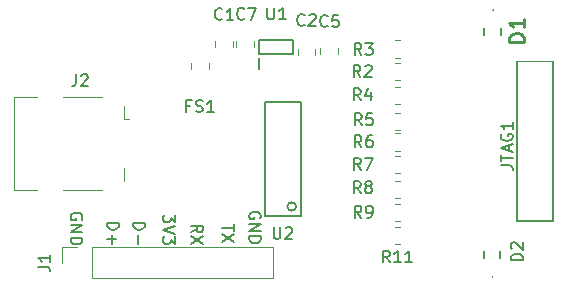
<source format=gbr>
%TF.GenerationSoftware,KiCad,Pcbnew,9.0.6*%
%TF.CreationDate,2025-12-15T15:35:09+00:00*%
%TF.ProjectId,_2 Blaster,a3322042-6c61-4737-9465-722e6b696361,rev?*%
%TF.SameCoordinates,Original*%
%TF.FileFunction,Legend,Top*%
%TF.FilePolarity,Positive*%
%FSLAX46Y46*%
G04 Gerber Fmt 4.6, Leading zero omitted, Abs format (unit mm)*
G04 Created by KiCad (PCBNEW 9.0.6) date 2025-12-15 15:35:09*
%MOMM*%
%LPD*%
G01*
G04 APERTURE LIST*
%ADD10C,0.150000*%
%ADD11C,0.254000*%
%ADD12C,0.120000*%
%ADD13C,0.200000*%
%ADD14C,0.100000*%
G04 APERTURE END LIST*
D10*
X97645180Y-101619048D02*
X98645180Y-101619048D01*
X98645180Y-101619048D02*
X98645180Y-101857143D01*
X98645180Y-101857143D02*
X98597561Y-102000000D01*
X98597561Y-102000000D02*
X98502323Y-102095238D01*
X98502323Y-102095238D02*
X98407085Y-102142857D01*
X98407085Y-102142857D02*
X98216609Y-102190476D01*
X98216609Y-102190476D02*
X98073752Y-102190476D01*
X98073752Y-102190476D02*
X97883276Y-102142857D01*
X97883276Y-102142857D02*
X97788038Y-102095238D01*
X97788038Y-102095238D02*
X97692800Y-102000000D01*
X97692800Y-102000000D02*
X97645180Y-101857143D01*
X97645180Y-101857143D02*
X97645180Y-101619048D01*
X98026133Y-102619048D02*
X98026133Y-103380953D01*
X101179980Y-100961905D02*
X101179980Y-101580952D01*
X101179980Y-101580952D02*
X100799028Y-101247619D01*
X100799028Y-101247619D02*
X100799028Y-101390476D01*
X100799028Y-101390476D02*
X100751409Y-101485714D01*
X100751409Y-101485714D02*
X100703790Y-101533333D01*
X100703790Y-101533333D02*
X100608552Y-101580952D01*
X100608552Y-101580952D02*
X100370457Y-101580952D01*
X100370457Y-101580952D02*
X100275219Y-101533333D01*
X100275219Y-101533333D02*
X100227600Y-101485714D01*
X100227600Y-101485714D02*
X100179980Y-101390476D01*
X100179980Y-101390476D02*
X100179980Y-101104762D01*
X100179980Y-101104762D02*
X100227600Y-101009524D01*
X100227600Y-101009524D02*
X100275219Y-100961905D01*
X101179980Y-101866667D02*
X100179980Y-102200000D01*
X100179980Y-102200000D02*
X101179980Y-102533333D01*
X101179980Y-102771429D02*
X101179980Y-103390476D01*
X101179980Y-103390476D02*
X100799028Y-103057143D01*
X100799028Y-103057143D02*
X100799028Y-103200000D01*
X100799028Y-103200000D02*
X100751409Y-103295238D01*
X100751409Y-103295238D02*
X100703790Y-103342857D01*
X100703790Y-103342857D02*
X100608552Y-103390476D01*
X100608552Y-103390476D02*
X100370457Y-103390476D01*
X100370457Y-103390476D02*
X100275219Y-103342857D01*
X100275219Y-103342857D02*
X100227600Y-103295238D01*
X100227600Y-103295238D02*
X100179980Y-103200000D01*
X100179980Y-103200000D02*
X100179980Y-102914286D01*
X100179980Y-102914286D02*
X100227600Y-102819048D01*
X100227600Y-102819048D02*
X100275219Y-102771429D01*
X106145180Y-101738095D02*
X106145180Y-102309523D01*
X105145180Y-102023809D02*
X106145180Y-102023809D01*
X106145180Y-102547619D02*
X105145180Y-103214285D01*
X106145180Y-103214285D02*
X105145180Y-102547619D01*
X102545180Y-102433333D02*
X103021371Y-102100000D01*
X102545180Y-101861905D02*
X103545180Y-101861905D01*
X103545180Y-101861905D02*
X103545180Y-102242857D01*
X103545180Y-102242857D02*
X103497561Y-102338095D01*
X103497561Y-102338095D02*
X103449942Y-102385714D01*
X103449942Y-102385714D02*
X103354704Y-102433333D01*
X103354704Y-102433333D02*
X103211847Y-102433333D01*
X103211847Y-102433333D02*
X103116609Y-102385714D01*
X103116609Y-102385714D02*
X103068990Y-102338095D01*
X103068990Y-102338095D02*
X103021371Y-102242857D01*
X103021371Y-102242857D02*
X103021371Y-101861905D01*
X103545180Y-102766667D02*
X102545180Y-103433333D01*
X103545180Y-103433333D02*
X102545180Y-102766667D01*
X93297561Y-101338095D02*
X93345180Y-101242857D01*
X93345180Y-101242857D02*
X93345180Y-101100000D01*
X93345180Y-101100000D02*
X93297561Y-100957143D01*
X93297561Y-100957143D02*
X93202323Y-100861905D01*
X93202323Y-100861905D02*
X93107085Y-100814286D01*
X93107085Y-100814286D02*
X92916609Y-100766667D01*
X92916609Y-100766667D02*
X92773752Y-100766667D01*
X92773752Y-100766667D02*
X92583276Y-100814286D01*
X92583276Y-100814286D02*
X92488038Y-100861905D01*
X92488038Y-100861905D02*
X92392800Y-100957143D01*
X92392800Y-100957143D02*
X92345180Y-101100000D01*
X92345180Y-101100000D02*
X92345180Y-101195238D01*
X92345180Y-101195238D02*
X92392800Y-101338095D01*
X92392800Y-101338095D02*
X92440419Y-101385714D01*
X92440419Y-101385714D02*
X92773752Y-101385714D01*
X92773752Y-101385714D02*
X92773752Y-101195238D01*
X92345180Y-101814286D02*
X93345180Y-101814286D01*
X93345180Y-101814286D02*
X92345180Y-102385714D01*
X92345180Y-102385714D02*
X93345180Y-102385714D01*
X92345180Y-102861905D02*
X93345180Y-102861905D01*
X93345180Y-102861905D02*
X93345180Y-103100000D01*
X93345180Y-103100000D02*
X93297561Y-103242857D01*
X93297561Y-103242857D02*
X93202323Y-103338095D01*
X93202323Y-103338095D02*
X93107085Y-103385714D01*
X93107085Y-103385714D02*
X92916609Y-103433333D01*
X92916609Y-103433333D02*
X92773752Y-103433333D01*
X92773752Y-103433333D02*
X92583276Y-103385714D01*
X92583276Y-103385714D02*
X92488038Y-103338095D01*
X92488038Y-103338095D02*
X92392800Y-103242857D01*
X92392800Y-103242857D02*
X92345180Y-103100000D01*
X92345180Y-103100000D02*
X92345180Y-102861905D01*
X95445180Y-101619048D02*
X96445180Y-101619048D01*
X96445180Y-101619048D02*
X96445180Y-101857143D01*
X96445180Y-101857143D02*
X96397561Y-102000000D01*
X96397561Y-102000000D02*
X96302323Y-102095238D01*
X96302323Y-102095238D02*
X96207085Y-102142857D01*
X96207085Y-102142857D02*
X96016609Y-102190476D01*
X96016609Y-102190476D02*
X95873752Y-102190476D01*
X95873752Y-102190476D02*
X95683276Y-102142857D01*
X95683276Y-102142857D02*
X95588038Y-102095238D01*
X95588038Y-102095238D02*
X95492800Y-102000000D01*
X95492800Y-102000000D02*
X95445180Y-101857143D01*
X95445180Y-101857143D02*
X95445180Y-101619048D01*
X95826133Y-102619048D02*
X95826133Y-103380953D01*
X95445180Y-103000000D02*
X96207085Y-103000000D01*
X108397561Y-101238095D02*
X108445180Y-101142857D01*
X108445180Y-101142857D02*
X108445180Y-101000000D01*
X108445180Y-101000000D02*
X108397561Y-100857143D01*
X108397561Y-100857143D02*
X108302323Y-100761905D01*
X108302323Y-100761905D02*
X108207085Y-100714286D01*
X108207085Y-100714286D02*
X108016609Y-100666667D01*
X108016609Y-100666667D02*
X107873752Y-100666667D01*
X107873752Y-100666667D02*
X107683276Y-100714286D01*
X107683276Y-100714286D02*
X107588038Y-100761905D01*
X107588038Y-100761905D02*
X107492800Y-100857143D01*
X107492800Y-100857143D02*
X107445180Y-101000000D01*
X107445180Y-101000000D02*
X107445180Y-101095238D01*
X107445180Y-101095238D02*
X107492800Y-101238095D01*
X107492800Y-101238095D02*
X107540419Y-101285714D01*
X107540419Y-101285714D02*
X107873752Y-101285714D01*
X107873752Y-101285714D02*
X107873752Y-101095238D01*
X107445180Y-101714286D02*
X108445180Y-101714286D01*
X108445180Y-101714286D02*
X107445180Y-102285714D01*
X107445180Y-102285714D02*
X108445180Y-102285714D01*
X107445180Y-102761905D02*
X108445180Y-102761905D01*
X108445180Y-102761905D02*
X108445180Y-103000000D01*
X108445180Y-103000000D02*
X108397561Y-103142857D01*
X108397561Y-103142857D02*
X108302323Y-103238095D01*
X108302323Y-103238095D02*
X108207085Y-103285714D01*
X108207085Y-103285714D02*
X108016609Y-103333333D01*
X108016609Y-103333333D02*
X107873752Y-103333333D01*
X107873752Y-103333333D02*
X107683276Y-103285714D01*
X107683276Y-103285714D02*
X107588038Y-103238095D01*
X107588038Y-103238095D02*
X107492800Y-103142857D01*
X107492800Y-103142857D02*
X107445180Y-103000000D01*
X107445180Y-103000000D02*
X107445180Y-102761905D01*
X114095233Y-84944755D02*
X114047614Y-84992375D01*
X114047614Y-84992375D02*
X113904757Y-85039994D01*
X113904757Y-85039994D02*
X113809519Y-85039994D01*
X113809519Y-85039994D02*
X113666662Y-84992375D01*
X113666662Y-84992375D02*
X113571424Y-84897136D01*
X113571424Y-84897136D02*
X113523805Y-84801898D01*
X113523805Y-84801898D02*
X113476186Y-84611422D01*
X113476186Y-84611422D02*
X113476186Y-84468565D01*
X113476186Y-84468565D02*
X113523805Y-84278089D01*
X113523805Y-84278089D02*
X113571424Y-84182851D01*
X113571424Y-84182851D02*
X113666662Y-84087613D01*
X113666662Y-84087613D02*
X113809519Y-84039994D01*
X113809519Y-84039994D02*
X113904757Y-84039994D01*
X113904757Y-84039994D02*
X114047614Y-84087613D01*
X114047614Y-84087613D02*
X114095233Y-84135232D01*
X114999995Y-84039994D02*
X114523805Y-84039994D01*
X114523805Y-84039994D02*
X114476186Y-84516184D01*
X114476186Y-84516184D02*
X114523805Y-84468565D01*
X114523805Y-84468565D02*
X114619043Y-84420946D01*
X114619043Y-84420946D02*
X114857138Y-84420946D01*
X114857138Y-84420946D02*
X114952376Y-84468565D01*
X114952376Y-84468565D02*
X114999995Y-84516184D01*
X114999995Y-84516184D02*
X115047614Y-84611422D01*
X115047614Y-84611422D02*
X115047614Y-84849517D01*
X115047614Y-84849517D02*
X114999995Y-84944755D01*
X114999995Y-84944755D02*
X114952376Y-84992375D01*
X114952376Y-84992375D02*
X114857138Y-85039994D01*
X114857138Y-85039994D02*
X114619043Y-85039994D01*
X114619043Y-85039994D02*
X114523805Y-84992375D01*
X114523805Y-84992375D02*
X114476186Y-84944755D01*
X116968608Y-95222219D02*
X116635275Y-94746028D01*
X116397180Y-95222219D02*
X116397180Y-94222219D01*
X116397180Y-94222219D02*
X116778132Y-94222219D01*
X116778132Y-94222219D02*
X116873370Y-94269838D01*
X116873370Y-94269838D02*
X116920989Y-94317457D01*
X116920989Y-94317457D02*
X116968608Y-94412695D01*
X116968608Y-94412695D02*
X116968608Y-94555552D01*
X116968608Y-94555552D02*
X116920989Y-94650790D01*
X116920989Y-94650790D02*
X116873370Y-94698409D01*
X116873370Y-94698409D02*
X116778132Y-94746028D01*
X116778132Y-94746028D02*
X116397180Y-94746028D01*
X117825751Y-94222219D02*
X117635275Y-94222219D01*
X117635275Y-94222219D02*
X117540037Y-94269838D01*
X117540037Y-94269838D02*
X117492418Y-94317457D01*
X117492418Y-94317457D02*
X117397180Y-94460314D01*
X117397180Y-94460314D02*
X117349561Y-94650790D01*
X117349561Y-94650790D02*
X117349561Y-95031742D01*
X117349561Y-95031742D02*
X117397180Y-95126980D01*
X117397180Y-95126980D02*
X117444799Y-95174600D01*
X117444799Y-95174600D02*
X117540037Y-95222219D01*
X117540037Y-95222219D02*
X117730513Y-95222219D01*
X117730513Y-95222219D02*
X117825751Y-95174600D01*
X117825751Y-95174600D02*
X117873370Y-95126980D01*
X117873370Y-95126980D02*
X117920989Y-95031742D01*
X117920989Y-95031742D02*
X117920989Y-94793647D01*
X117920989Y-94793647D02*
X117873370Y-94698409D01*
X117873370Y-94698409D02*
X117825751Y-94650790D01*
X117825751Y-94650790D02*
X117730513Y-94603171D01*
X117730513Y-94603171D02*
X117540037Y-94603171D01*
X117540037Y-94603171D02*
X117444799Y-94650790D01*
X117444799Y-94650790D02*
X117397180Y-94698409D01*
X117397180Y-94698409D02*
X117349561Y-94793647D01*
X116990833Y-93352144D02*
X116657500Y-92875953D01*
X116419405Y-93352144D02*
X116419405Y-92352144D01*
X116419405Y-92352144D02*
X116800357Y-92352144D01*
X116800357Y-92352144D02*
X116895595Y-92399763D01*
X116895595Y-92399763D02*
X116943214Y-92447382D01*
X116943214Y-92447382D02*
X116990833Y-92542620D01*
X116990833Y-92542620D02*
X116990833Y-92685477D01*
X116990833Y-92685477D02*
X116943214Y-92780715D01*
X116943214Y-92780715D02*
X116895595Y-92828334D01*
X116895595Y-92828334D02*
X116800357Y-92875953D01*
X116800357Y-92875953D02*
X116419405Y-92875953D01*
X117895595Y-92352144D02*
X117419405Y-92352144D01*
X117419405Y-92352144D02*
X117371786Y-92828334D01*
X117371786Y-92828334D02*
X117419405Y-92780715D01*
X117419405Y-92780715D02*
X117514643Y-92733096D01*
X117514643Y-92733096D02*
X117752738Y-92733096D01*
X117752738Y-92733096D02*
X117847976Y-92780715D01*
X117847976Y-92780715D02*
X117895595Y-92828334D01*
X117895595Y-92828334D02*
X117943214Y-92923572D01*
X117943214Y-92923572D02*
X117943214Y-93161667D01*
X117943214Y-93161667D02*
X117895595Y-93256905D01*
X117895595Y-93256905D02*
X117847976Y-93304525D01*
X117847976Y-93304525D02*
X117752738Y-93352144D01*
X117752738Y-93352144D02*
X117514643Y-93352144D01*
X117514643Y-93352144D02*
X117419405Y-93304525D01*
X117419405Y-93304525D02*
X117371786Y-93256905D01*
D11*
X130741568Y-86287731D02*
X129471568Y-86287731D01*
X129471568Y-86287731D02*
X129471568Y-85985350D01*
X129471568Y-85985350D02*
X129532044Y-85803921D01*
X129532044Y-85803921D02*
X129652996Y-85682969D01*
X129652996Y-85682969D02*
X129773949Y-85622492D01*
X129773949Y-85622492D02*
X130015853Y-85562016D01*
X130015853Y-85562016D02*
X130197282Y-85562016D01*
X130197282Y-85562016D02*
X130439187Y-85622492D01*
X130439187Y-85622492D02*
X130560139Y-85682969D01*
X130560139Y-85682969D02*
X130681092Y-85803921D01*
X130681092Y-85803921D02*
X130741568Y-85985350D01*
X130741568Y-85985350D02*
X130741568Y-86287731D01*
X130741568Y-84352492D02*
X130741568Y-85078207D01*
X130741568Y-84715350D02*
X129471568Y-84715350D01*
X129471568Y-84715350D02*
X129652996Y-84836302D01*
X129652996Y-84836302D02*
X129773949Y-84957254D01*
X129773949Y-84957254D02*
X129834425Y-85078207D01*
D10*
X116968608Y-87405369D02*
X116635275Y-86929178D01*
X116397180Y-87405369D02*
X116397180Y-86405369D01*
X116397180Y-86405369D02*
X116778132Y-86405369D01*
X116778132Y-86405369D02*
X116873370Y-86452988D01*
X116873370Y-86452988D02*
X116920989Y-86500607D01*
X116920989Y-86500607D02*
X116968608Y-86595845D01*
X116968608Y-86595845D02*
X116968608Y-86738702D01*
X116968608Y-86738702D02*
X116920989Y-86833940D01*
X116920989Y-86833940D02*
X116873370Y-86881559D01*
X116873370Y-86881559D02*
X116778132Y-86929178D01*
X116778132Y-86929178D02*
X116397180Y-86929178D01*
X117301942Y-86405369D02*
X117920989Y-86405369D01*
X117920989Y-86405369D02*
X117587656Y-86786321D01*
X117587656Y-86786321D02*
X117730513Y-86786321D01*
X117730513Y-86786321D02*
X117825751Y-86833940D01*
X117825751Y-86833940D02*
X117873370Y-86881559D01*
X117873370Y-86881559D02*
X117920989Y-86976797D01*
X117920989Y-86976797D02*
X117920989Y-87214892D01*
X117920989Y-87214892D02*
X117873370Y-87310130D01*
X117873370Y-87310130D02*
X117825751Y-87357750D01*
X117825751Y-87357750D02*
X117730513Y-87405369D01*
X117730513Y-87405369D02*
X117444799Y-87405369D01*
X117444799Y-87405369D02*
X117349561Y-87357750D01*
X117349561Y-87357750D02*
X117301942Y-87310130D01*
X116949558Y-101188044D02*
X116616225Y-100711853D01*
X116378130Y-101188044D02*
X116378130Y-100188044D01*
X116378130Y-100188044D02*
X116759082Y-100188044D01*
X116759082Y-100188044D02*
X116854320Y-100235663D01*
X116854320Y-100235663D02*
X116901939Y-100283282D01*
X116901939Y-100283282D02*
X116949558Y-100378520D01*
X116949558Y-100378520D02*
X116949558Y-100521377D01*
X116949558Y-100521377D02*
X116901939Y-100616615D01*
X116901939Y-100616615D02*
X116854320Y-100664234D01*
X116854320Y-100664234D02*
X116759082Y-100711853D01*
X116759082Y-100711853D02*
X116378130Y-100711853D01*
X117425749Y-101188044D02*
X117616225Y-101188044D01*
X117616225Y-101188044D02*
X117711463Y-101140425D01*
X117711463Y-101140425D02*
X117759082Y-101092805D01*
X117759082Y-101092805D02*
X117854320Y-100949948D01*
X117854320Y-100949948D02*
X117901939Y-100759472D01*
X117901939Y-100759472D02*
X117901939Y-100378520D01*
X117901939Y-100378520D02*
X117854320Y-100283282D01*
X117854320Y-100283282D02*
X117806701Y-100235663D01*
X117806701Y-100235663D02*
X117711463Y-100188044D01*
X117711463Y-100188044D02*
X117520987Y-100188044D01*
X117520987Y-100188044D02*
X117425749Y-100235663D01*
X117425749Y-100235663D02*
X117378130Y-100283282D01*
X117378130Y-100283282D02*
X117330511Y-100378520D01*
X117330511Y-100378520D02*
X117330511Y-100616615D01*
X117330511Y-100616615D02*
X117378130Y-100711853D01*
X117378130Y-100711853D02*
X117425749Y-100759472D01*
X117425749Y-100759472D02*
X117520987Y-100807091D01*
X117520987Y-100807091D02*
X117711463Y-100807091D01*
X117711463Y-100807091D02*
X117806701Y-100759472D01*
X117806701Y-100759472D02*
X117854320Y-100711853D01*
X117854320Y-100711853D02*
X117901939Y-100616615D01*
X128772069Y-96739532D02*
X129486354Y-96739532D01*
X129486354Y-96739532D02*
X129629211Y-96787151D01*
X129629211Y-96787151D02*
X129724450Y-96882389D01*
X129724450Y-96882389D02*
X129772069Y-97025246D01*
X129772069Y-97025246D02*
X129772069Y-97120484D01*
X128772069Y-96406198D02*
X128772069Y-95834770D01*
X129772069Y-96120484D02*
X128772069Y-96120484D01*
X129486354Y-95549055D02*
X129486354Y-95072865D01*
X129772069Y-95644293D02*
X128772069Y-95310960D01*
X128772069Y-95310960D02*
X129772069Y-94977627D01*
X128819688Y-94120484D02*
X128772069Y-94215722D01*
X128772069Y-94215722D02*
X128772069Y-94358579D01*
X128772069Y-94358579D02*
X128819688Y-94501436D01*
X128819688Y-94501436D02*
X128914926Y-94596674D01*
X128914926Y-94596674D02*
X129010164Y-94644293D01*
X129010164Y-94644293D02*
X129200640Y-94691912D01*
X129200640Y-94691912D02*
X129343497Y-94691912D01*
X129343497Y-94691912D02*
X129533973Y-94644293D01*
X129533973Y-94644293D02*
X129629211Y-94596674D01*
X129629211Y-94596674D02*
X129724450Y-94501436D01*
X129724450Y-94501436D02*
X129772069Y-94358579D01*
X129772069Y-94358579D02*
X129772069Y-94263341D01*
X129772069Y-94263341D02*
X129724450Y-94120484D01*
X129724450Y-94120484D02*
X129676830Y-94072865D01*
X129676830Y-94072865D02*
X129343497Y-94072865D01*
X129343497Y-94072865D02*
X129343497Y-94263341D01*
X129772069Y-93120484D02*
X129772069Y-93691912D01*
X129772069Y-93406198D02*
X128772069Y-93406198D01*
X128772069Y-93406198D02*
X128914926Y-93501436D01*
X128914926Y-93501436D02*
X129010164Y-93596674D01*
X129010164Y-93596674D02*
X129057783Y-93691912D01*
X116905108Y-99108419D02*
X116571775Y-98632228D01*
X116333680Y-99108419D02*
X116333680Y-98108419D01*
X116333680Y-98108419D02*
X116714632Y-98108419D01*
X116714632Y-98108419D02*
X116809870Y-98156038D01*
X116809870Y-98156038D02*
X116857489Y-98203657D01*
X116857489Y-98203657D02*
X116905108Y-98298895D01*
X116905108Y-98298895D02*
X116905108Y-98441752D01*
X116905108Y-98441752D02*
X116857489Y-98536990D01*
X116857489Y-98536990D02*
X116809870Y-98584609D01*
X116809870Y-98584609D02*
X116714632Y-98632228D01*
X116714632Y-98632228D02*
X116333680Y-98632228D01*
X117476537Y-98536990D02*
X117381299Y-98489371D01*
X117381299Y-98489371D02*
X117333680Y-98441752D01*
X117333680Y-98441752D02*
X117286061Y-98346514D01*
X117286061Y-98346514D02*
X117286061Y-98298895D01*
X117286061Y-98298895D02*
X117333680Y-98203657D01*
X117333680Y-98203657D02*
X117381299Y-98156038D01*
X117381299Y-98156038D02*
X117476537Y-98108419D01*
X117476537Y-98108419D02*
X117667013Y-98108419D01*
X117667013Y-98108419D02*
X117762251Y-98156038D01*
X117762251Y-98156038D02*
X117809870Y-98203657D01*
X117809870Y-98203657D02*
X117857489Y-98298895D01*
X117857489Y-98298895D02*
X117857489Y-98346514D01*
X117857489Y-98346514D02*
X117809870Y-98441752D01*
X117809870Y-98441752D02*
X117762251Y-98489371D01*
X117762251Y-98489371D02*
X117667013Y-98536990D01*
X117667013Y-98536990D02*
X117476537Y-98536990D01*
X117476537Y-98536990D02*
X117381299Y-98584609D01*
X117381299Y-98584609D02*
X117333680Y-98632228D01*
X117333680Y-98632228D02*
X117286061Y-98727466D01*
X117286061Y-98727466D02*
X117286061Y-98917942D01*
X117286061Y-98917942D02*
X117333680Y-99013180D01*
X117333680Y-99013180D02*
X117381299Y-99060800D01*
X117381299Y-99060800D02*
X117476537Y-99108419D01*
X117476537Y-99108419D02*
X117667013Y-99108419D01*
X117667013Y-99108419D02*
X117762251Y-99060800D01*
X117762251Y-99060800D02*
X117809870Y-99013180D01*
X117809870Y-99013180D02*
X117857489Y-98917942D01*
X117857489Y-98917942D02*
X117857489Y-98727466D01*
X117857489Y-98727466D02*
X117809870Y-98632228D01*
X117809870Y-98632228D02*
X117762251Y-98584609D01*
X117762251Y-98584609D02*
X117667013Y-98536990D01*
X109538095Y-101972394D02*
X109538095Y-102781917D01*
X109538095Y-102781917D02*
X109585714Y-102877155D01*
X109585714Y-102877155D02*
X109633333Y-102924775D01*
X109633333Y-102924775D02*
X109728571Y-102972394D01*
X109728571Y-102972394D02*
X109919047Y-102972394D01*
X109919047Y-102972394D02*
X110014285Y-102924775D01*
X110014285Y-102924775D02*
X110061904Y-102877155D01*
X110061904Y-102877155D02*
X110109523Y-102781917D01*
X110109523Y-102781917D02*
X110109523Y-101972394D01*
X110538095Y-102067632D02*
X110585714Y-102020013D01*
X110585714Y-102020013D02*
X110680952Y-101972394D01*
X110680952Y-101972394D02*
X110919047Y-101972394D01*
X110919047Y-101972394D02*
X111014285Y-102020013D01*
X111014285Y-102020013D02*
X111061904Y-102067632D01*
X111061904Y-102067632D02*
X111109523Y-102162870D01*
X111109523Y-102162870D02*
X111109523Y-102258108D01*
X111109523Y-102258108D02*
X111061904Y-102400965D01*
X111061904Y-102400965D02*
X110490476Y-102972394D01*
X110490476Y-102972394D02*
X111109523Y-102972394D01*
X102479576Y-91713909D02*
X102146243Y-91713909D01*
X102146243Y-92237719D02*
X102146243Y-91237719D01*
X102146243Y-91237719D02*
X102622433Y-91237719D01*
X102955767Y-92190100D02*
X103098624Y-92237719D01*
X103098624Y-92237719D02*
X103336719Y-92237719D01*
X103336719Y-92237719D02*
X103431957Y-92190100D01*
X103431957Y-92190100D02*
X103479576Y-92142480D01*
X103479576Y-92142480D02*
X103527195Y-92047242D01*
X103527195Y-92047242D02*
X103527195Y-91952004D01*
X103527195Y-91952004D02*
X103479576Y-91856766D01*
X103479576Y-91856766D02*
X103431957Y-91809147D01*
X103431957Y-91809147D02*
X103336719Y-91761528D01*
X103336719Y-91761528D02*
X103146243Y-91713909D01*
X103146243Y-91713909D02*
X103051005Y-91666290D01*
X103051005Y-91666290D02*
X103003386Y-91618671D01*
X103003386Y-91618671D02*
X102955767Y-91523433D01*
X102955767Y-91523433D02*
X102955767Y-91428195D01*
X102955767Y-91428195D02*
X103003386Y-91332957D01*
X103003386Y-91332957D02*
X103051005Y-91285338D01*
X103051005Y-91285338D02*
X103146243Y-91237719D01*
X103146243Y-91237719D02*
X103384338Y-91237719D01*
X103384338Y-91237719D02*
X103527195Y-91285338D01*
X104479576Y-92237719D02*
X103908148Y-92237719D01*
X104193862Y-92237719D02*
X104193862Y-91237719D01*
X104193862Y-91237719D02*
X104098624Y-91380576D01*
X104098624Y-91380576D02*
X104003386Y-91475814D01*
X104003386Y-91475814D02*
X103908148Y-91523433D01*
X107062608Y-84316105D02*
X107014989Y-84363725D01*
X107014989Y-84363725D02*
X106872132Y-84411344D01*
X106872132Y-84411344D02*
X106776894Y-84411344D01*
X106776894Y-84411344D02*
X106634037Y-84363725D01*
X106634037Y-84363725D02*
X106538799Y-84268486D01*
X106538799Y-84268486D02*
X106491180Y-84173248D01*
X106491180Y-84173248D02*
X106443561Y-83982772D01*
X106443561Y-83982772D02*
X106443561Y-83839915D01*
X106443561Y-83839915D02*
X106491180Y-83649439D01*
X106491180Y-83649439D02*
X106538799Y-83554201D01*
X106538799Y-83554201D02*
X106634037Y-83458963D01*
X106634037Y-83458963D02*
X106776894Y-83411344D01*
X106776894Y-83411344D02*
X106872132Y-83411344D01*
X106872132Y-83411344D02*
X107014989Y-83458963D01*
X107014989Y-83458963D02*
X107062608Y-83506582D01*
X107395942Y-83411344D02*
X108062608Y-83411344D01*
X108062608Y-83411344D02*
X107634037Y-84411344D01*
X105167133Y-84347855D02*
X105119514Y-84395475D01*
X105119514Y-84395475D02*
X104976657Y-84443094D01*
X104976657Y-84443094D02*
X104881419Y-84443094D01*
X104881419Y-84443094D02*
X104738562Y-84395475D01*
X104738562Y-84395475D02*
X104643324Y-84300236D01*
X104643324Y-84300236D02*
X104595705Y-84204998D01*
X104595705Y-84204998D02*
X104548086Y-84014522D01*
X104548086Y-84014522D02*
X104548086Y-83871665D01*
X104548086Y-83871665D02*
X104595705Y-83681189D01*
X104595705Y-83681189D02*
X104643324Y-83585951D01*
X104643324Y-83585951D02*
X104738562Y-83490713D01*
X104738562Y-83490713D02*
X104881419Y-83443094D01*
X104881419Y-83443094D02*
X104976657Y-83443094D01*
X104976657Y-83443094D02*
X105119514Y-83490713D01*
X105119514Y-83490713D02*
X105167133Y-83538332D01*
X106119514Y-84443094D02*
X105548086Y-84443094D01*
X105833800Y-84443094D02*
X105833800Y-83443094D01*
X105833800Y-83443094D02*
X105738562Y-83585951D01*
X105738562Y-83585951D02*
X105643324Y-83681189D01*
X105643324Y-83681189D02*
X105548086Y-83728808D01*
X108997170Y-83398644D02*
X108997170Y-84208167D01*
X108997170Y-84208167D02*
X109044789Y-84303405D01*
X109044789Y-84303405D02*
X109092408Y-84351025D01*
X109092408Y-84351025D02*
X109187646Y-84398644D01*
X109187646Y-84398644D02*
X109378122Y-84398644D01*
X109378122Y-84398644D02*
X109473360Y-84351025D01*
X109473360Y-84351025D02*
X109520979Y-84303405D01*
X109520979Y-84303405D02*
X109568598Y-84208167D01*
X109568598Y-84208167D02*
X109568598Y-83398644D01*
X110568598Y-84398644D02*
X109997170Y-84398644D01*
X110282884Y-84398644D02*
X110282884Y-83398644D01*
X110282884Y-83398644D02*
X110187646Y-83541501D01*
X110187646Y-83541501D02*
X110092408Y-83636739D01*
X110092408Y-83636739D02*
X109997170Y-83684358D01*
X92798941Y-89050144D02*
X92798941Y-89764429D01*
X92798941Y-89764429D02*
X92751322Y-89907286D01*
X92751322Y-89907286D02*
X92656084Y-90002525D01*
X92656084Y-90002525D02*
X92513227Y-90050144D01*
X92513227Y-90050144D02*
X92417989Y-90050144D01*
X93227513Y-89145382D02*
X93275132Y-89097763D01*
X93275132Y-89097763D02*
X93370370Y-89050144D01*
X93370370Y-89050144D02*
X93608465Y-89050144D01*
X93608465Y-89050144D02*
X93703703Y-89097763D01*
X93703703Y-89097763D02*
X93751322Y-89145382D01*
X93751322Y-89145382D02*
X93798941Y-89240620D01*
X93798941Y-89240620D02*
X93798941Y-89335858D01*
X93798941Y-89335858D02*
X93751322Y-89478715D01*
X93751322Y-89478715D02*
X93179894Y-90050144D01*
X93179894Y-90050144D02*
X93798941Y-90050144D01*
X89601194Y-105333333D02*
X90315479Y-105333333D01*
X90315479Y-105333333D02*
X90458336Y-105380952D01*
X90458336Y-105380952D02*
X90553575Y-105476190D01*
X90553575Y-105476190D02*
X90601194Y-105619047D01*
X90601194Y-105619047D02*
X90601194Y-105714285D01*
X90601194Y-104333333D02*
X90601194Y-104904761D01*
X90601194Y-104619047D02*
X89601194Y-104619047D01*
X89601194Y-104619047D02*
X89744051Y-104714285D01*
X89744051Y-104714285D02*
X89839289Y-104809523D01*
X89839289Y-104809523D02*
X89886908Y-104904761D01*
X112145783Y-84859030D02*
X112098164Y-84906650D01*
X112098164Y-84906650D02*
X111955307Y-84954269D01*
X111955307Y-84954269D02*
X111860069Y-84954269D01*
X111860069Y-84954269D02*
X111717212Y-84906650D01*
X111717212Y-84906650D02*
X111621974Y-84811411D01*
X111621974Y-84811411D02*
X111574355Y-84716173D01*
X111574355Y-84716173D02*
X111526736Y-84525697D01*
X111526736Y-84525697D02*
X111526736Y-84382840D01*
X111526736Y-84382840D02*
X111574355Y-84192364D01*
X111574355Y-84192364D02*
X111621974Y-84097126D01*
X111621974Y-84097126D02*
X111717212Y-84001888D01*
X111717212Y-84001888D02*
X111860069Y-83954269D01*
X111860069Y-83954269D02*
X111955307Y-83954269D01*
X111955307Y-83954269D02*
X112098164Y-84001888D01*
X112098164Y-84001888D02*
X112145783Y-84049507D01*
X112526736Y-84049507D02*
X112574355Y-84001888D01*
X112574355Y-84001888D02*
X112669593Y-83954269D01*
X112669593Y-83954269D02*
X112907688Y-83954269D01*
X112907688Y-83954269D02*
X113002926Y-84001888D01*
X113002926Y-84001888D02*
X113050545Y-84049507D01*
X113050545Y-84049507D02*
X113098164Y-84144745D01*
X113098164Y-84144745D02*
X113098164Y-84239983D01*
X113098164Y-84239983D02*
X113050545Y-84382840D01*
X113050545Y-84382840D02*
X112479117Y-84954269D01*
X112479117Y-84954269D02*
X113098164Y-84954269D01*
X119357142Y-104969469D02*
X119023809Y-104493278D01*
X118785714Y-104969469D02*
X118785714Y-103969469D01*
X118785714Y-103969469D02*
X119166666Y-103969469D01*
X119166666Y-103969469D02*
X119261904Y-104017088D01*
X119261904Y-104017088D02*
X119309523Y-104064707D01*
X119309523Y-104064707D02*
X119357142Y-104159945D01*
X119357142Y-104159945D02*
X119357142Y-104302802D01*
X119357142Y-104302802D02*
X119309523Y-104398040D01*
X119309523Y-104398040D02*
X119261904Y-104445659D01*
X119261904Y-104445659D02*
X119166666Y-104493278D01*
X119166666Y-104493278D02*
X118785714Y-104493278D01*
X120309523Y-104969469D02*
X119738095Y-104969469D01*
X120023809Y-104969469D02*
X120023809Y-103969469D01*
X120023809Y-103969469D02*
X119928571Y-104112326D01*
X119928571Y-104112326D02*
X119833333Y-104207564D01*
X119833333Y-104207564D02*
X119738095Y-104255183D01*
X121261904Y-104969469D02*
X120690476Y-104969469D01*
X120976190Y-104969469D02*
X120976190Y-103969469D01*
X120976190Y-103969469D02*
X120880952Y-104112326D01*
X120880952Y-104112326D02*
X120785714Y-104207564D01*
X120785714Y-104207564D02*
X120690476Y-104255183D01*
X116889233Y-91240769D02*
X116555900Y-90764578D01*
X116317805Y-91240769D02*
X116317805Y-90240769D01*
X116317805Y-90240769D02*
X116698757Y-90240769D01*
X116698757Y-90240769D02*
X116793995Y-90288388D01*
X116793995Y-90288388D02*
X116841614Y-90336007D01*
X116841614Y-90336007D02*
X116889233Y-90431245D01*
X116889233Y-90431245D02*
X116889233Y-90574102D01*
X116889233Y-90574102D02*
X116841614Y-90669340D01*
X116841614Y-90669340D02*
X116793995Y-90716959D01*
X116793995Y-90716959D02*
X116698757Y-90764578D01*
X116698757Y-90764578D02*
X116317805Y-90764578D01*
X117746376Y-90574102D02*
X117746376Y-91240769D01*
X117508281Y-90193150D02*
X117270186Y-90907435D01*
X117270186Y-90907435D02*
X117889233Y-90907435D01*
X130622069Y-104789194D02*
X129622069Y-104789194D01*
X129622069Y-104789194D02*
X129622069Y-104551099D01*
X129622069Y-104551099D02*
X129669688Y-104408242D01*
X129669688Y-104408242D02*
X129764926Y-104313004D01*
X129764926Y-104313004D02*
X129860164Y-104265385D01*
X129860164Y-104265385D02*
X130050640Y-104217766D01*
X130050640Y-104217766D02*
X130193497Y-104217766D01*
X130193497Y-104217766D02*
X130383973Y-104265385D01*
X130383973Y-104265385D02*
X130479211Y-104313004D01*
X130479211Y-104313004D02*
X130574450Y-104408242D01*
X130574450Y-104408242D02*
X130622069Y-104551099D01*
X130622069Y-104551099D02*
X130622069Y-104789194D01*
X129717307Y-103836813D02*
X129669688Y-103789194D01*
X129669688Y-103789194D02*
X129622069Y-103693956D01*
X129622069Y-103693956D02*
X129622069Y-103455861D01*
X129622069Y-103455861D02*
X129669688Y-103360623D01*
X129669688Y-103360623D02*
X129717307Y-103313004D01*
X129717307Y-103313004D02*
X129812545Y-103265385D01*
X129812545Y-103265385D02*
X129907783Y-103265385D01*
X129907783Y-103265385D02*
X130050640Y-103313004D01*
X130050640Y-103313004D02*
X130622069Y-103884432D01*
X130622069Y-103884432D02*
X130622069Y-103265385D01*
X116882883Y-89272269D02*
X116549550Y-88796078D01*
X116311455Y-89272269D02*
X116311455Y-88272269D01*
X116311455Y-88272269D02*
X116692407Y-88272269D01*
X116692407Y-88272269D02*
X116787645Y-88319888D01*
X116787645Y-88319888D02*
X116835264Y-88367507D01*
X116835264Y-88367507D02*
X116882883Y-88462745D01*
X116882883Y-88462745D02*
X116882883Y-88605602D01*
X116882883Y-88605602D02*
X116835264Y-88700840D01*
X116835264Y-88700840D02*
X116787645Y-88748459D01*
X116787645Y-88748459D02*
X116692407Y-88796078D01*
X116692407Y-88796078D02*
X116311455Y-88796078D01*
X117263836Y-88367507D02*
X117311455Y-88319888D01*
X117311455Y-88319888D02*
X117406693Y-88272269D01*
X117406693Y-88272269D02*
X117644788Y-88272269D01*
X117644788Y-88272269D02*
X117740026Y-88319888D01*
X117740026Y-88319888D02*
X117787645Y-88367507D01*
X117787645Y-88367507D02*
X117835264Y-88462745D01*
X117835264Y-88462745D02*
X117835264Y-88557983D01*
X117835264Y-88557983D02*
X117787645Y-88700840D01*
X117787645Y-88700840D02*
X117216217Y-89272269D01*
X117216217Y-89272269D02*
X117835264Y-89272269D01*
X116905108Y-97130394D02*
X116571775Y-96654203D01*
X116333680Y-97130394D02*
X116333680Y-96130394D01*
X116333680Y-96130394D02*
X116714632Y-96130394D01*
X116714632Y-96130394D02*
X116809870Y-96178013D01*
X116809870Y-96178013D02*
X116857489Y-96225632D01*
X116857489Y-96225632D02*
X116905108Y-96320870D01*
X116905108Y-96320870D02*
X116905108Y-96463727D01*
X116905108Y-96463727D02*
X116857489Y-96558965D01*
X116857489Y-96558965D02*
X116809870Y-96606584D01*
X116809870Y-96606584D02*
X116714632Y-96654203D01*
X116714632Y-96654203D02*
X116333680Y-96654203D01*
X117238442Y-96130394D02*
X117905108Y-96130394D01*
X117905108Y-96130394D02*
X117476537Y-97130394D01*
D12*
%TO.C,C5*%
X113498325Y-87319752D02*
X113498325Y-86797248D01*
X114968325Y-87319752D02*
X114968325Y-86797248D01*
%TO.C,R6*%
X119772936Y-94054625D02*
X120227064Y-94054625D01*
X119772936Y-95524625D02*
X120227064Y-95524625D01*
%TO.C,R5*%
X119772936Y-92321075D02*
X120227064Y-92321075D01*
X119772936Y-93791075D02*
X120227064Y-93791075D01*
D13*
%TO.C,D1*%
X127369975Y-85110675D02*
X127369975Y-85710675D01*
D14*
X128069975Y-83510675D02*
X128069975Y-83510675D01*
X128069975Y-83610675D02*
X128069975Y-83610675D01*
D13*
X128769975Y-85110675D02*
X128769975Y-85710675D01*
D14*
X128069975Y-83510675D02*
G75*
G02*
X128069975Y-83610675I0J-50000D01*
G01*
X128069975Y-83610675D02*
G75*
G02*
X128069975Y-83510675I0J50000D01*
G01*
D12*
%TO.C,R3*%
X119772936Y-86158400D02*
X120227064Y-86158400D01*
X119772936Y-87628400D02*
X120227064Y-87628400D01*
%TO.C,R9*%
X119772936Y-100029975D02*
X120227064Y-100029975D01*
X119772936Y-101499975D02*
X120227064Y-101499975D01*
D10*
%TO.C,JTAG1*%
X130167250Y-101421675D02*
X130167250Y-87941675D01*
D14*
X133167250Y-87941675D02*
X130167250Y-87941675D01*
D10*
X133167250Y-87941675D02*
X133167250Y-101421675D01*
X133167250Y-101421675D02*
X130167250Y-101421675D01*
D12*
%TO.C,R8*%
X119772936Y-98074175D02*
X120227064Y-98074175D01*
X119772936Y-99544175D02*
X120227064Y-99544175D01*
D10*
%TO.C,U2*%
X108776000Y-91347925D02*
X108776000Y-91601925D01*
X108776000Y-91601925D02*
X108776000Y-100999925D01*
X108776000Y-100999925D02*
X111824000Y-100999925D01*
X111824000Y-91347925D02*
X108776000Y-91347925D01*
X111824000Y-91601925D02*
X111824000Y-91347925D01*
X111824000Y-100999925D02*
X111824000Y-91601925D01*
X111421210Y-100237925D02*
G75*
G02*
X110702790Y-100237925I-359210J0D01*
G01*
X110702790Y-100237925D02*
G75*
G02*
X111421210Y-100237925I359210J0D01*
G01*
D12*
%TO.C,FS1*%
X102576325Y-88574614D02*
X102576325Y-88120486D01*
X104046325Y-88574614D02*
X104046325Y-88120486D01*
%TO.C,C7*%
X106379975Y-86248698D02*
X106379975Y-86771202D01*
X107849975Y-86248698D02*
X107849975Y-86771202D01*
%TO.C,C1*%
X104598800Y-86213773D02*
X104598800Y-86736277D01*
X106068800Y-86213773D02*
X106068800Y-86736277D01*
D13*
%TO.C,U1*%
X108259075Y-88556250D02*
X108259075Y-87656250D01*
X108309075Y-86106250D02*
X111209075Y-86106250D01*
X108309075Y-87306250D02*
X108309075Y-86106250D01*
X111209075Y-86106250D02*
X111209075Y-87306250D01*
X111209075Y-87306250D02*
X108309075Y-87306250D01*
D12*
%TO.C,J2*%
X87567025Y-90987575D02*
X89517025Y-90987575D01*
X87567025Y-98807575D02*
X87567025Y-90987575D01*
X87567025Y-98807575D02*
X89517025Y-98807575D01*
X91737025Y-90987575D02*
X94967025Y-90987575D01*
X91737025Y-98807575D02*
X94967025Y-98807575D01*
X96887025Y-91707575D02*
X96887025Y-92787575D01*
X96887025Y-92787575D02*
X97317025Y-92787575D01*
X96887025Y-97007575D02*
X96887025Y-98087575D01*
%TO.C,J1*%
X91586375Y-103670000D02*
X92916375Y-103670000D01*
X91586375Y-105000000D02*
X91586375Y-103670000D01*
X94186375Y-103670000D02*
X109486375Y-103670000D01*
X94186375Y-106330000D02*
X94186375Y-103670000D01*
X94186375Y-106330000D02*
X109486375Y-106330000D01*
X109486375Y-106330000D02*
X109486375Y-103670000D01*
%TO.C,C2*%
X111577450Y-87389602D02*
X111577450Y-86867098D01*
X113047450Y-87389602D02*
X113047450Y-86867098D01*
%TO.C,R11*%
X119772936Y-101976250D02*
X120227064Y-101976250D01*
X119772936Y-103446250D02*
X120227064Y-103446250D01*
%TO.C,R4*%
X119772936Y-90079525D02*
X120227064Y-90079525D01*
X119772936Y-91549525D02*
X120227064Y-91549525D01*
D13*
%TO.C,D2*%
X127338225Y-104620975D02*
X127338225Y-104020975D01*
D14*
X128038225Y-106120975D02*
X128038225Y-106120975D01*
X128038225Y-106220975D02*
X128038225Y-106220975D01*
D13*
X128738225Y-104620975D02*
X128738225Y-104020975D01*
D14*
X128038225Y-106120975D02*
G75*
G02*
X128038225Y-106220975I0J-50000D01*
G01*
X128038225Y-106220975D02*
G75*
G02*
X128038225Y-106120975I0J50000D01*
G01*
D12*
%TO.C,R2*%
X119772936Y-88082450D02*
X120227064Y-88082450D01*
X119772936Y-89552450D02*
X120227064Y-89552450D01*
%TO.C,R7*%
X119772936Y-95950100D02*
X120227064Y-95950100D01*
X119772936Y-97420100D02*
X120227064Y-97420100D01*
%TD*%
M02*

</source>
